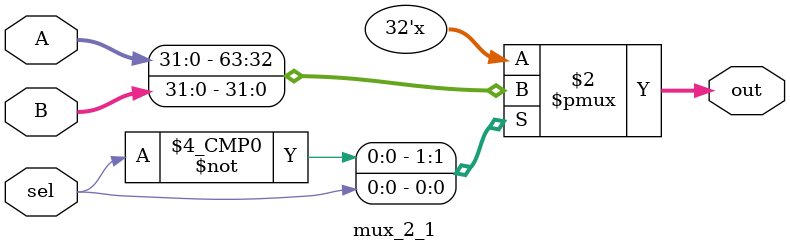
<source format=sv>
`timescale 1ns/1ps

module mux_2_1 #(parameter WIDTH=32) (
  input  logic [WIDTH-1:0] A,
  input  logic [WIDTH-1:0] B,
  input  logic             sel,
  output logic [WIDTH-1:0] out
);
  always_comb begin
    case (sel)
      1'b0: out = A;
      1'b1: out = B;
      default: out = A; // corta X
    endcase
  end
endmodule

</source>
